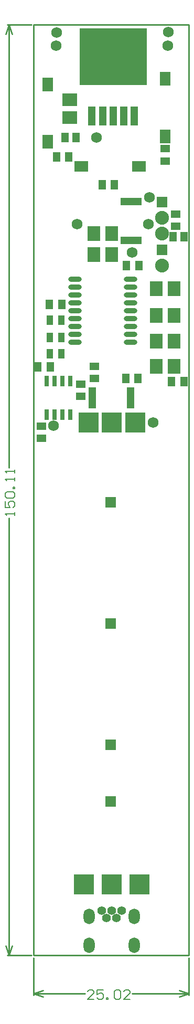
<source format=gts>
%FSLAX43Y43*%
%MOMM*%
G71*
G01*
G75*
G04 Layer_Color=8388736*
%ADD10R,0.950X1.400*%
%ADD11R,0.900X1.400*%
%ADD12R,1.600X2.100*%
%ADD13O,2.000X0.600*%
%ADD14R,3.300X1.050*%
%ADD15R,1.050X2.950*%
%ADD16R,10.600X9.000*%
%ADD17R,0.600X1.550*%
%ADD18R,1.400X0.950*%
%ADD19R,1.050X3.300*%
%ADD20R,1.800X2.250*%
%ADD21R,1.050X1.400*%
%ADD22R,1.800X2.250*%
%ADD23R,2.100X1.600*%
%ADD24R,2.250X1.800*%
%ADD25C,0.800*%
%ADD26C,1.600*%
%ADD27C,2.000*%
%ADD28C,1.000*%
%ADD29C,0.500*%
%ADD30C,0.400*%
%ADD31C,0.700*%
%ADD32C,3.000*%
%ADD33C,1.500*%
%ADD34C,1.800*%
%ADD35C,0.600*%
%ADD36R,5.000X8.175*%
%ADD37C,0.254*%
%ADD38C,0.152*%
%ADD39R,1.524X1.524*%
%ADD40R,3.064X3.064*%
%ADD41O,1.600X2.300*%
%ADD42C,1.200*%
%ADD43R,1.524X1.524*%
%ADD44C,2.032*%
%ADD45C,1.524*%
%ADD46C,0.250*%
%ADD47C,0.200*%
%ADD48C,0.305*%
%ADD49R,1.153X1.603*%
%ADD50R,1.103X1.603*%
%ADD51R,1.803X2.303*%
%ADD52O,2.203X0.803*%
%ADD53R,3.503X1.253*%
%ADD54R,1.253X3.153*%
%ADD55R,10.803X9.203*%
%ADD56R,0.803X1.753*%
%ADD57R,1.603X1.153*%
%ADD58R,1.253X3.503*%
%ADD59R,2.003X2.453*%
%ADD60R,1.253X1.603*%
%ADD61R,2.003X2.453*%
%ADD62R,2.303X1.803*%
%ADD63R,2.453X2.003*%
%ADD64R,1.727X1.727*%
%ADD65R,3.267X3.267*%
%ADD66O,1.803X2.503*%
%ADD67C,1.403*%
%ADD68R,1.727X1.727*%
%ADD69C,2.235*%
%ADD70C,1.727*%
D37*
X25019Y-6379D02*
Y-381D01*
X0Y-6379D02*
Y-381D01*
X15937Y-6125D02*
X25019D01*
X0D02*
X8269D01*
X23495Y-5617D02*
X25019Y-6125D01*
X23495Y-6633D02*
X25019Y-6125D01*
X0D02*
X1524Y-6633D01*
X0Y-6125D02*
X1524Y-5617D01*
X-4254Y0D02*
X-381D01*
X-4254Y150114D02*
X-381D01*
X-4000Y0D02*
Y70562D01*
Y78739D02*
Y150114D01*
Y0D02*
X-3492Y1524D01*
X-4508D02*
X-4000Y0D01*
X-4508Y148590D02*
X-4000Y150114D01*
X-3492Y148590D01*
X0Y0D02*
Y150114D01*
X25019D01*
Y0D02*
Y150114D01*
X0Y0D02*
X25019D01*
D38*
X9691Y-7039D02*
X8675D01*
X9691Y-6023D01*
Y-5770D01*
X9437Y-5516D01*
X8929D01*
X8675Y-5770D01*
X11214Y-5516D02*
X10199D01*
Y-6277D01*
X10707Y-6023D01*
X10960D01*
X11214Y-6277D01*
Y-6785D01*
X10960Y-7039D01*
X10453D01*
X10199Y-6785D01*
X11722Y-7039D02*
Y-6785D01*
X11976D01*
Y-7039D01*
X11722D01*
X12992Y-5770D02*
X13246Y-5516D01*
X13754D01*
X14007Y-5770D01*
Y-6785D01*
X13754Y-7039D01*
X13246D01*
X12992Y-6785D01*
Y-5770D01*
X15531Y-7039D02*
X14515D01*
X15531Y-6023D01*
Y-5770D01*
X15277Y-5516D01*
X14769D01*
X14515Y-5770D01*
X-3086Y70969D02*
Y71477D01*
Y71223D01*
X-4609D01*
X-4355Y70969D01*
X-4609Y73254D02*
Y72238D01*
X-3848D01*
X-4102Y72746D01*
Y73000D01*
X-3848Y73254D01*
X-3340D01*
X-3086Y73000D01*
Y72492D01*
X-3340Y72238D01*
X-4355Y73762D02*
X-4609Y74016D01*
Y74524D01*
X-4355Y74778D01*
X-3340D01*
X-3086Y74524D01*
Y74016D01*
X-3340Y73762D01*
X-4355D01*
X-3086Y75285D02*
X-3340D01*
Y75539D01*
X-3086D01*
Y75285D01*
Y76555D02*
Y77063D01*
Y76809D01*
X-4609D01*
X-4355Y76555D01*
X-3086Y77825D02*
Y78332D01*
Y78078D01*
X-4609D01*
X-4355Y77825D01*
D49*
X2556Y105029D02*
D03*
X4556D02*
D03*
X2700Y94950D02*
D03*
X700D02*
D03*
X14875Y93091D02*
D03*
X16875D02*
D03*
X22275Y92550D02*
D03*
X24275D02*
D03*
X17002Y111252D02*
D03*
X15002D02*
D03*
X13065Y124333D02*
D03*
X11065D02*
D03*
X5699Y128778D02*
D03*
X3699D02*
D03*
D50*
X4506Y99695D02*
D03*
X2606D02*
D03*
X4506Y102489D02*
D03*
X2606D02*
D03*
X4506Y97028D02*
D03*
X2606D02*
D03*
D51*
X21209Y132129D02*
D03*
Y141429D02*
D03*
X2286Y131240D02*
D03*
Y140540D02*
D03*
D52*
X6676Y109093D02*
D03*
Y107823D02*
D03*
Y106553D02*
D03*
Y105283D02*
D03*
Y104013D02*
D03*
Y102743D02*
D03*
Y101473D02*
D03*
Y100203D02*
D03*
Y98933D02*
D03*
X15676Y109093D02*
D03*
Y107823D02*
D03*
Y106553D02*
D03*
Y105283D02*
D03*
Y104013D02*
D03*
Y102743D02*
D03*
Y101473D02*
D03*
Y100203D02*
D03*
Y98933D02*
D03*
D53*
X15748Y115391D02*
D03*
Y121591D02*
D03*
D54*
X9427Y135432D02*
D03*
X11127D02*
D03*
X12827D02*
D03*
X14527D02*
D03*
X16227D02*
D03*
D55*
X12827Y144982D02*
D03*
D56*
X2145Y87250D02*
D03*
X3415D02*
D03*
X4685D02*
D03*
X5955D02*
D03*
X2145Y92650D02*
D03*
X3415D02*
D03*
X4685D02*
D03*
X5955D02*
D03*
D57*
X1275Y83400D02*
D03*
Y85400D02*
D03*
X7620Y90186D02*
D03*
Y92186D02*
D03*
X9779Y93075D02*
D03*
Y95075D02*
D03*
X22900Y117625D02*
D03*
Y119625D02*
D03*
X21209Y128159D02*
D03*
Y130159D02*
D03*
D58*
X15673Y89916D02*
D03*
X9473D02*
D03*
D59*
X22659Y94996D02*
D03*
X19759D02*
D03*
X22659Y99060D02*
D03*
X19759D02*
D03*
X22659Y103251D02*
D03*
X19759D02*
D03*
X22659Y107569D02*
D03*
X19759D02*
D03*
X9742Y113030D02*
D03*
X12642D02*
D03*
D60*
X24268Y115951D02*
D03*
X22468D02*
D03*
X5069Y131953D02*
D03*
X6869D02*
D03*
D61*
X12642Y116459D02*
D03*
X9742D02*
D03*
D62*
X7669Y127254D02*
D03*
X16969D02*
D03*
D63*
X5825Y135175D02*
D03*
Y138075D02*
D03*
D64*
X12443Y24876D02*
D03*
Y34020D02*
D03*
Y53578D02*
D03*
Y73136D02*
D03*
D65*
X16383Y85979D02*
D03*
X12573D02*
D03*
X8890D02*
D03*
X17069Y11430D02*
D03*
X12573D02*
D03*
X8077D02*
D03*
D66*
X8923Y1689D02*
D03*
X16223D02*
D03*
X8923Y6339D02*
D03*
X16223D02*
D03*
D67*
X10973Y7239D02*
D03*
X11773Y6039D02*
D03*
X12573Y7239D02*
D03*
X13373Y6039D02*
D03*
X14173Y7239D02*
D03*
D68*
X20701Y113792D02*
D03*
Y121539D02*
D03*
D69*
Y111252D02*
D03*
Y116459D02*
D03*
Y118999D02*
D03*
D70*
X15875Y113411D02*
D03*
X10160Y131953D02*
D03*
X19304Y85979D02*
D03*
X3225Y85500D02*
D03*
X6985Y117983D02*
D03*
X18542D02*
D03*
X18669Y122301D02*
D03*
X3600Y146750D02*
D03*
X3700Y148925D02*
D03*
X21750Y148975D02*
D03*
X21650Y146800D02*
D03*
M02*

</source>
